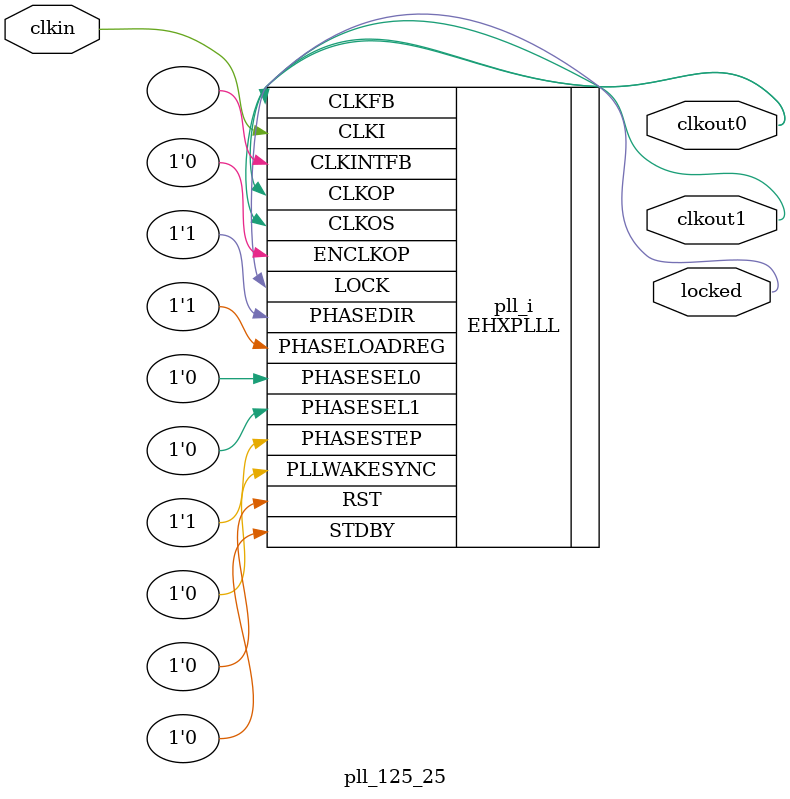
<source format=v>
module pll_125_25
(
    input clkin, // 25 MHz, 0 deg
    output clkout0, // 125 MHz, 0 deg
    output clkout1, // 25 MHz, 0 deg
    output locked
);
(* FREQUENCY_PIN_CLKI="25" *)
(* FREQUENCY_PIN_CLKOP="125" *)
(* FREQUENCY_PIN_CLKOS="25" *)
(* ICP_CURRENT="12" *) (* LPF_RESISTOR="8" *) (* MFG_ENABLE_FILTEROPAMP="1" *) (* MFG_GMCREF_SEL="2" *)
EHXPLLL #(
        .PLLRST_ENA("DISABLED"),
        .INTFB_WAKE("DISABLED"),
        .STDBY_ENABLE("DISABLED"),
        .DPHASE_SOURCE("DISABLED"),
        .OUTDIVIDER_MUXA("DIVA"),
        .OUTDIVIDER_MUXB("DIVB"),
        .OUTDIVIDER_MUXC("DIVC"),
        .OUTDIVIDER_MUXD("DIVD"),
        .CLKI_DIV(1),
        .CLKOP_ENABLE("ENABLED"),
        .CLKOP_DIV(5),
        .CLKOP_CPHASE(2),
        .CLKOP_FPHASE(0),
        .CLKOS_ENABLE("ENABLED"),
        .CLKOS_DIV(25),
        .CLKOS_CPHASE(2),
        .CLKOS_FPHASE(0),
        .FEEDBK_PATH("CLKOP"),
        .CLKFB_DIV(5)
    ) pll_i (
        .RST(1'b0),
        .STDBY(1'b0),
        .CLKI(clkin),
        .CLKOP(clkout0),
        .CLKOS(clkout1),
        .CLKFB(clkout0),
        .CLKINTFB(),
        .PHASESEL0(1'b0),
        .PHASESEL1(1'b0),
        .PHASEDIR(1'b1),
        .PHASESTEP(1'b1),
        .PHASELOADREG(1'b1),
        .PLLWAKESYNC(1'b0),
        .ENCLKOP(1'b0),
        .LOCK(locked)
	);
endmodule

</source>
